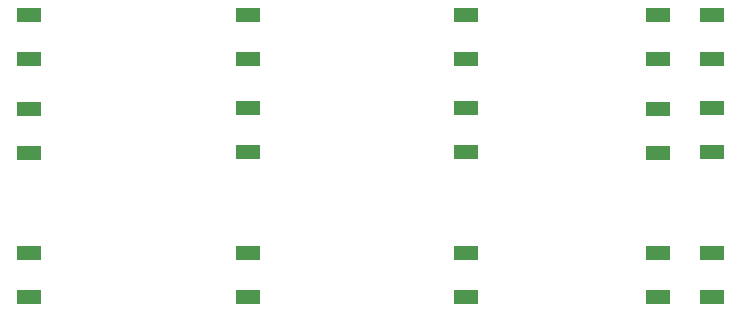
<source format=gtp>
G04 #@! TF.FileFunction,Paste,Top*
%FSLAX46Y46*%
G04 Gerber Fmt 4.6, Leading zero omitted, Abs format (unit mm)*
G04 Created by KiCad (PCBNEW 4.0.1-stable) date Sunday, May 29, 2016 'PMt' 06:37:48 PM*
%MOMM*%
G01*
G04 APERTURE LIST*
%ADD10C,0.100000*%
%ADD11R,2.000000X1.250000*%
G04 APERTURE END LIST*
D10*
D11*
X17000000Y-16850000D03*
X17000000Y-13100000D03*
X35500000Y-16850000D03*
X35500000Y-13100000D03*
X54000000Y-16850000D03*
X54000000Y-13100000D03*
X70200000Y-16850000D03*
X70200000Y-13100000D03*
X74800000Y-16850000D03*
X74800000Y-13100000D03*
X17000000Y-24775000D03*
X17000000Y-21025000D03*
X35500000Y-24750000D03*
X35500000Y-21000000D03*
X54000000Y-24750000D03*
X54000000Y-21000000D03*
X70200000Y-24775000D03*
X70200000Y-21025000D03*
X74800000Y-24750000D03*
X74800000Y-21000000D03*
X17000000Y-33250000D03*
X17000000Y-37000000D03*
X35500000Y-33225000D03*
X35500000Y-36975000D03*
X54000000Y-33225000D03*
X54000000Y-36975000D03*
X70200000Y-33250000D03*
X70200000Y-37000000D03*
X74800000Y-33250000D03*
X74800000Y-37000000D03*
M02*

</source>
